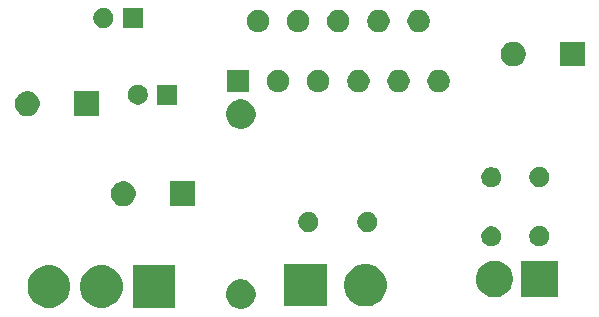
<source format=gbr>
G04 #@! TF.GenerationSoftware,KiCad,Pcbnew,5.1.6-c6e7f7d~87~ubuntu18.04.1*
G04 #@! TF.CreationDate,2020-08-21T12:14:16-04:00*
G04 #@! TF.ProjectId,lm3886_stereo_amp,6c6d3338-3836-45f7-9374-6572656f5f61,1*
G04 #@! TF.SameCoordinates,Original*
G04 #@! TF.FileFunction,Soldermask,Bot*
G04 #@! TF.FilePolarity,Negative*
%FSLAX46Y46*%
G04 Gerber Fmt 4.6, Leading zero omitted, Abs format (unit mm)*
G04 Created by KiCad (PCBNEW 5.1.6-c6e7f7d~87~ubuntu18.04.1) date 2020-08-21 12:14:16*
%MOMM*%
%LPD*%
G01*
G04 APERTURE LIST*
%ADD10C,0.100000*%
G04 APERTURE END LIST*
D10*
G36*
X142477903Y-108017075D02*
G01*
X142580689Y-108059650D01*
X142705571Y-108111378D01*
X142910466Y-108248285D01*
X143084715Y-108422534D01*
X143084716Y-108422536D01*
X143221623Y-108627431D01*
X143315925Y-108855097D01*
X143364000Y-109096786D01*
X143364000Y-109343214D01*
X143344495Y-109441271D01*
X143315925Y-109584903D01*
X143221622Y-109812571D01*
X143084715Y-110017466D01*
X142910466Y-110191715D01*
X142705571Y-110328622D01*
X142705570Y-110328623D01*
X142705569Y-110328623D01*
X142477903Y-110422925D01*
X142236214Y-110471000D01*
X141989786Y-110471000D01*
X141748097Y-110422925D01*
X141520431Y-110328623D01*
X141520430Y-110328623D01*
X141520429Y-110328622D01*
X141315534Y-110191715D01*
X141141285Y-110017466D01*
X141004378Y-109812571D01*
X140910075Y-109584903D01*
X140881505Y-109441271D01*
X140862000Y-109343214D01*
X140862000Y-109096786D01*
X140910075Y-108855097D01*
X141004377Y-108627431D01*
X141141284Y-108422536D01*
X141141285Y-108422534D01*
X141315534Y-108248285D01*
X141520429Y-108111378D01*
X141645312Y-108059650D01*
X141748097Y-108017075D01*
X141989786Y-107969000D01*
X142236214Y-107969000D01*
X142477903Y-108017075D01*
G37*
G36*
X136548060Y-110386060D02*
G01*
X132945940Y-110386060D01*
X132945940Y-106783940D01*
X136548060Y-106783940D01*
X136548060Y-110386060D01*
G37*
G36*
X130528905Y-106793789D02*
G01*
X130827350Y-106853153D01*
X131155122Y-106988921D01*
X131450109Y-107186025D01*
X131700975Y-107436891D01*
X131898079Y-107731878D01*
X132033847Y-108059650D01*
X132103060Y-108407611D01*
X132103060Y-108762389D01*
X132033847Y-109110350D01*
X131898079Y-109438122D01*
X131700975Y-109733109D01*
X131450109Y-109983975D01*
X131155122Y-110181079D01*
X130827350Y-110316847D01*
X130528905Y-110376211D01*
X130479390Y-110386060D01*
X130124610Y-110386060D01*
X130075095Y-110376211D01*
X129776650Y-110316847D01*
X129448878Y-110181079D01*
X129153891Y-109983975D01*
X128903025Y-109733109D01*
X128705921Y-109438122D01*
X128570153Y-109110350D01*
X128500940Y-108762389D01*
X128500940Y-108407611D01*
X128570153Y-108059650D01*
X128705921Y-107731878D01*
X128903025Y-107436891D01*
X129153891Y-107186025D01*
X129448878Y-106988921D01*
X129776650Y-106853153D01*
X130075095Y-106793789D01*
X130124610Y-106783940D01*
X130479390Y-106783940D01*
X130528905Y-106793789D01*
G37*
G36*
X126083905Y-106793789D02*
G01*
X126382350Y-106853153D01*
X126710122Y-106988921D01*
X127005109Y-107186025D01*
X127255975Y-107436891D01*
X127453079Y-107731878D01*
X127588847Y-108059650D01*
X127658060Y-108407611D01*
X127658060Y-108762389D01*
X127588847Y-109110350D01*
X127453079Y-109438122D01*
X127255975Y-109733109D01*
X127005109Y-109983975D01*
X126710122Y-110181079D01*
X126382350Y-110316847D01*
X126083905Y-110376211D01*
X126034390Y-110386060D01*
X125679610Y-110386060D01*
X125630095Y-110376211D01*
X125331650Y-110316847D01*
X125003878Y-110181079D01*
X124708891Y-109983975D01*
X124458025Y-109733109D01*
X124260921Y-109438122D01*
X124125153Y-109110350D01*
X124055940Y-108762389D01*
X124055940Y-108407611D01*
X124125153Y-108059650D01*
X124260921Y-107731878D01*
X124458025Y-107436891D01*
X124708891Y-107186025D01*
X125003878Y-106988921D01*
X125331650Y-106853153D01*
X125630095Y-106793789D01*
X125679610Y-106783940D01*
X126034390Y-106783940D01*
X126083905Y-106793789D01*
G37*
G36*
X149375060Y-110259060D02*
G01*
X145772940Y-110259060D01*
X145772940Y-106656940D01*
X149375060Y-106656940D01*
X149375060Y-110259060D01*
G37*
G36*
X152880905Y-106666789D02*
G01*
X153179350Y-106726153D01*
X153507122Y-106861921D01*
X153802109Y-107059025D01*
X154052975Y-107309891D01*
X154250079Y-107604878D01*
X154385847Y-107932650D01*
X154455060Y-108280611D01*
X154455060Y-108635389D01*
X154385847Y-108983350D01*
X154250079Y-109311122D01*
X154052975Y-109606109D01*
X153802109Y-109856975D01*
X153507122Y-110054079D01*
X153179350Y-110189847D01*
X152880905Y-110249211D01*
X152831390Y-110259060D01*
X152476610Y-110259060D01*
X152427095Y-110249211D01*
X152128650Y-110189847D01*
X151800878Y-110054079D01*
X151505891Y-109856975D01*
X151255025Y-109606109D01*
X151057921Y-109311122D01*
X150922153Y-108983350D01*
X150852940Y-108635389D01*
X150852940Y-108280611D01*
X150922153Y-107932650D01*
X151057921Y-107604878D01*
X151255025Y-107309891D01*
X151505891Y-107059025D01*
X151800878Y-106861921D01*
X152128650Y-106726153D01*
X152427095Y-106666789D01*
X152476610Y-106656940D01*
X152831390Y-106656940D01*
X152880905Y-106666789D01*
G37*
G36*
X168936870Y-109500870D02*
G01*
X165835130Y-109500870D01*
X165835130Y-106399130D01*
X168936870Y-106399130D01*
X168936870Y-109500870D01*
G37*
G36*
X163928497Y-106438863D02*
G01*
X164028372Y-106458729D01*
X164145279Y-106507154D01*
X164310611Y-106575636D01*
X164564621Y-106745360D01*
X164780640Y-106961379D01*
X164950364Y-107215389D01*
X165067271Y-107497629D01*
X165126870Y-107797251D01*
X165126870Y-108102749D01*
X165097921Y-108248284D01*
X165067271Y-108402372D01*
X165018846Y-108519279D01*
X164950364Y-108684611D01*
X164780640Y-108938621D01*
X164564621Y-109154640D01*
X164310611Y-109324364D01*
X164145279Y-109392846D01*
X164028372Y-109441271D01*
X163928497Y-109461137D01*
X163728749Y-109500870D01*
X163423251Y-109500870D01*
X163223503Y-109461137D01*
X163123628Y-109441271D01*
X163006721Y-109392846D01*
X162841389Y-109324364D01*
X162587379Y-109154640D01*
X162371360Y-108938621D01*
X162201636Y-108684611D01*
X162133154Y-108519279D01*
X162084729Y-108402372D01*
X162054079Y-108248284D01*
X162025130Y-108102749D01*
X162025130Y-107797251D01*
X162084729Y-107497629D01*
X162201636Y-107215389D01*
X162371360Y-106961379D01*
X162587379Y-106745360D01*
X162841389Y-106575636D01*
X163006721Y-106507154D01*
X163123628Y-106458729D01*
X163223503Y-106438863D01*
X163423251Y-106399130D01*
X163728749Y-106399130D01*
X163928497Y-106438863D01*
G37*
G36*
X163570228Y-103512203D02*
G01*
X163725100Y-103576353D01*
X163864481Y-103669485D01*
X163983015Y-103788019D01*
X164076147Y-103927400D01*
X164140297Y-104082272D01*
X164173000Y-104246684D01*
X164173000Y-104414316D01*
X164140297Y-104578728D01*
X164076147Y-104733600D01*
X163983015Y-104872981D01*
X163864481Y-104991515D01*
X163725100Y-105084647D01*
X163570228Y-105148797D01*
X163405816Y-105181500D01*
X163238184Y-105181500D01*
X163073772Y-105148797D01*
X162918900Y-105084647D01*
X162779519Y-104991515D01*
X162660985Y-104872981D01*
X162567853Y-104733600D01*
X162503703Y-104578728D01*
X162471000Y-104414316D01*
X162471000Y-104246684D01*
X162503703Y-104082272D01*
X162567853Y-103927400D01*
X162660985Y-103788019D01*
X162779519Y-103669485D01*
X162918900Y-103576353D01*
X163073772Y-103512203D01*
X163238184Y-103479500D01*
X163405816Y-103479500D01*
X163570228Y-103512203D01*
G37*
G36*
X167634228Y-103495703D02*
G01*
X167789100Y-103559853D01*
X167928481Y-103652985D01*
X168047015Y-103771519D01*
X168140147Y-103910900D01*
X168204297Y-104065772D01*
X168237000Y-104230184D01*
X168237000Y-104397816D01*
X168204297Y-104562228D01*
X168140147Y-104717100D01*
X168047015Y-104856481D01*
X167928481Y-104975015D01*
X167789100Y-105068147D01*
X167634228Y-105132297D01*
X167469816Y-105165000D01*
X167302184Y-105165000D01*
X167137772Y-105132297D01*
X166982900Y-105068147D01*
X166843519Y-104975015D01*
X166724985Y-104856481D01*
X166631853Y-104717100D01*
X166567703Y-104562228D01*
X166535000Y-104397816D01*
X166535000Y-104230184D01*
X166567703Y-104065772D01*
X166631853Y-103910900D01*
X166724985Y-103771519D01*
X166843519Y-103652985D01*
X166982900Y-103559853D01*
X167137772Y-103495703D01*
X167302184Y-103463000D01*
X167469816Y-103463000D01*
X167634228Y-103495703D01*
G37*
G36*
X148076228Y-102305703D02*
G01*
X148231100Y-102369853D01*
X148370481Y-102462985D01*
X148489015Y-102581519D01*
X148582147Y-102720900D01*
X148646297Y-102875772D01*
X148679000Y-103040184D01*
X148679000Y-103207816D01*
X148646297Y-103372228D01*
X148582147Y-103527100D01*
X148489015Y-103666481D01*
X148370481Y-103785015D01*
X148231100Y-103878147D01*
X148076228Y-103942297D01*
X147911816Y-103975000D01*
X147744184Y-103975000D01*
X147579772Y-103942297D01*
X147424900Y-103878147D01*
X147285519Y-103785015D01*
X147166985Y-103666481D01*
X147073853Y-103527100D01*
X147009703Y-103372228D01*
X146977000Y-103207816D01*
X146977000Y-103040184D01*
X147009703Y-102875772D01*
X147073853Y-102720900D01*
X147166985Y-102581519D01*
X147285519Y-102462985D01*
X147424900Y-102369853D01*
X147579772Y-102305703D01*
X147744184Y-102273000D01*
X147911816Y-102273000D01*
X148076228Y-102305703D01*
G37*
G36*
X153076228Y-102305703D02*
G01*
X153231100Y-102369853D01*
X153370481Y-102462985D01*
X153489015Y-102581519D01*
X153582147Y-102720900D01*
X153646297Y-102875772D01*
X153679000Y-103040184D01*
X153679000Y-103207816D01*
X153646297Y-103372228D01*
X153582147Y-103527100D01*
X153489015Y-103666481D01*
X153370481Y-103785015D01*
X153231100Y-103878147D01*
X153076228Y-103942297D01*
X152911816Y-103975000D01*
X152744184Y-103975000D01*
X152579772Y-103942297D01*
X152424900Y-103878147D01*
X152285519Y-103785015D01*
X152166985Y-103666481D01*
X152073853Y-103527100D01*
X152009703Y-103372228D01*
X151977000Y-103207816D01*
X151977000Y-103040184D01*
X152009703Y-102875772D01*
X152073853Y-102720900D01*
X152166985Y-102581519D01*
X152285519Y-102462985D01*
X152424900Y-102369853D01*
X152579772Y-102305703D01*
X152744184Y-102273000D01*
X152911816Y-102273000D01*
X153076228Y-102305703D01*
G37*
G36*
X138211000Y-101762000D02*
G01*
X136109000Y-101762000D01*
X136109000Y-99660000D01*
X138211000Y-99660000D01*
X138211000Y-101762000D01*
G37*
G36*
X132466564Y-99700389D02*
G01*
X132657833Y-99779615D01*
X132657835Y-99779616D01*
X132829973Y-99894635D01*
X132976365Y-100041027D01*
X133048375Y-100148797D01*
X133091385Y-100213167D01*
X133170611Y-100404436D01*
X133211000Y-100607484D01*
X133211000Y-100814516D01*
X133170611Y-101017564D01*
X133091385Y-101208833D01*
X133091384Y-101208835D01*
X132976365Y-101380973D01*
X132829973Y-101527365D01*
X132657835Y-101642384D01*
X132657834Y-101642385D01*
X132657833Y-101642385D01*
X132466564Y-101721611D01*
X132263516Y-101762000D01*
X132056484Y-101762000D01*
X131853436Y-101721611D01*
X131662167Y-101642385D01*
X131662166Y-101642385D01*
X131662165Y-101642384D01*
X131490027Y-101527365D01*
X131343635Y-101380973D01*
X131228616Y-101208835D01*
X131228615Y-101208833D01*
X131149389Y-101017564D01*
X131109000Y-100814516D01*
X131109000Y-100607484D01*
X131149389Y-100404436D01*
X131228615Y-100213167D01*
X131271626Y-100148797D01*
X131343635Y-100041027D01*
X131490027Y-99894635D01*
X131662165Y-99779616D01*
X131662167Y-99779615D01*
X131853436Y-99700389D01*
X132056484Y-99660000D01*
X132263516Y-99660000D01*
X132466564Y-99700389D01*
G37*
G36*
X163570228Y-98512203D02*
G01*
X163725100Y-98576353D01*
X163864481Y-98669485D01*
X163983015Y-98788019D01*
X164076147Y-98927400D01*
X164140297Y-99082272D01*
X164173000Y-99246684D01*
X164173000Y-99414316D01*
X164140297Y-99578728D01*
X164076147Y-99733600D01*
X163983015Y-99872981D01*
X163864481Y-99991515D01*
X163725100Y-100084647D01*
X163570228Y-100148797D01*
X163405816Y-100181500D01*
X163238184Y-100181500D01*
X163073772Y-100148797D01*
X162918900Y-100084647D01*
X162779519Y-99991515D01*
X162660985Y-99872981D01*
X162567853Y-99733600D01*
X162503703Y-99578728D01*
X162471000Y-99414316D01*
X162471000Y-99246684D01*
X162503703Y-99082272D01*
X162567853Y-98927400D01*
X162660985Y-98788019D01*
X162779519Y-98669485D01*
X162918900Y-98576353D01*
X163073772Y-98512203D01*
X163238184Y-98479500D01*
X163405816Y-98479500D01*
X163570228Y-98512203D01*
G37*
G36*
X167634228Y-98495703D02*
G01*
X167789100Y-98559853D01*
X167928481Y-98652985D01*
X168047015Y-98771519D01*
X168140147Y-98910900D01*
X168204297Y-99065772D01*
X168237000Y-99230184D01*
X168237000Y-99397816D01*
X168204297Y-99562228D01*
X168140147Y-99717100D01*
X168047015Y-99856481D01*
X167928481Y-99975015D01*
X167789100Y-100068147D01*
X167634228Y-100132297D01*
X167469816Y-100165000D01*
X167302184Y-100165000D01*
X167137772Y-100132297D01*
X166982900Y-100068147D01*
X166843519Y-99975015D01*
X166724985Y-99856481D01*
X166631853Y-99717100D01*
X166567703Y-99562228D01*
X166535000Y-99397816D01*
X166535000Y-99230184D01*
X166567703Y-99065772D01*
X166631853Y-98910900D01*
X166724985Y-98771519D01*
X166843519Y-98652985D01*
X166982900Y-98559853D01*
X167137772Y-98495703D01*
X167302184Y-98463000D01*
X167469816Y-98463000D01*
X167634228Y-98495703D01*
G37*
G36*
X142477903Y-92777075D02*
G01*
X142705571Y-92871378D01*
X142910466Y-93008285D01*
X143084715Y-93182534D01*
X143092721Y-93194516D01*
X143221623Y-93387431D01*
X143315925Y-93615097D01*
X143344942Y-93760973D01*
X143364000Y-93856787D01*
X143364000Y-94103213D01*
X143315925Y-94344903D01*
X143221622Y-94572571D01*
X143084715Y-94777466D01*
X142910466Y-94951715D01*
X142705571Y-95088622D01*
X142705570Y-95088623D01*
X142705569Y-95088623D01*
X142477903Y-95182925D01*
X142236214Y-95231000D01*
X141989786Y-95231000D01*
X141748097Y-95182925D01*
X141520431Y-95088623D01*
X141520430Y-95088623D01*
X141520429Y-95088622D01*
X141315534Y-94951715D01*
X141141285Y-94777466D01*
X141004378Y-94572571D01*
X140910075Y-94344903D01*
X140862000Y-94103213D01*
X140862000Y-93856787D01*
X140881059Y-93760973D01*
X140910075Y-93615097D01*
X141004377Y-93387431D01*
X141133279Y-93194516D01*
X141141285Y-93182534D01*
X141315534Y-93008285D01*
X141520429Y-92871378D01*
X141748097Y-92777075D01*
X141989786Y-92729000D01*
X142236214Y-92729000D01*
X142477903Y-92777075D01*
G37*
G36*
X130083000Y-94142000D02*
G01*
X127981000Y-94142000D01*
X127981000Y-92040000D01*
X130083000Y-92040000D01*
X130083000Y-94142000D01*
G37*
G36*
X124338564Y-92080389D02*
G01*
X124475235Y-92137000D01*
X124529835Y-92159616D01*
X124657896Y-92245184D01*
X124701973Y-92274635D01*
X124848365Y-92421027D01*
X124963385Y-92593167D01*
X125042611Y-92784436D01*
X125083000Y-92987484D01*
X125083000Y-93194516D01*
X125042611Y-93397564D01*
X124963385Y-93588833D01*
X124963384Y-93588835D01*
X124848365Y-93760973D01*
X124701973Y-93907365D01*
X124529835Y-94022384D01*
X124529834Y-94022385D01*
X124529833Y-94022385D01*
X124338564Y-94101611D01*
X124135516Y-94142000D01*
X123928484Y-94142000D01*
X123725436Y-94101611D01*
X123534167Y-94022385D01*
X123534166Y-94022385D01*
X123534165Y-94022384D01*
X123362027Y-93907365D01*
X123215635Y-93760973D01*
X123100616Y-93588835D01*
X123100615Y-93588833D01*
X123021389Y-93397564D01*
X122981000Y-93194516D01*
X122981000Y-92987484D01*
X123021389Y-92784436D01*
X123100615Y-92593167D01*
X123215635Y-92421027D01*
X123362027Y-92274635D01*
X123406104Y-92245184D01*
X123534165Y-92159616D01*
X123588765Y-92137000D01*
X123725436Y-92080389D01*
X123928484Y-92040000D01*
X124135516Y-92040000D01*
X124338564Y-92080389D01*
G37*
G36*
X133638228Y-91510703D02*
G01*
X133793100Y-91574853D01*
X133932481Y-91667985D01*
X134051015Y-91786519D01*
X134144147Y-91925900D01*
X134208297Y-92080772D01*
X134241000Y-92245184D01*
X134241000Y-92412816D01*
X134208297Y-92577228D01*
X134144147Y-92732100D01*
X134051015Y-92871481D01*
X133932481Y-92990015D01*
X133793100Y-93083147D01*
X133638228Y-93147297D01*
X133473816Y-93180000D01*
X133306184Y-93180000D01*
X133141772Y-93147297D01*
X132986900Y-93083147D01*
X132847519Y-92990015D01*
X132728985Y-92871481D01*
X132635853Y-92732100D01*
X132571703Y-92577228D01*
X132539000Y-92412816D01*
X132539000Y-92245184D01*
X132571703Y-92080772D01*
X132635853Y-91925900D01*
X132728985Y-91786519D01*
X132847519Y-91667985D01*
X132986900Y-91574853D01*
X133141772Y-91510703D01*
X133306184Y-91478000D01*
X133473816Y-91478000D01*
X133638228Y-91510703D01*
G37*
G36*
X136741000Y-93180000D02*
G01*
X135039000Y-93180000D01*
X135039000Y-91478000D01*
X136741000Y-91478000D01*
X136741000Y-93180000D01*
G37*
G36*
X159136395Y-90271546D02*
G01*
X159309466Y-90343234D01*
X159309467Y-90343235D01*
X159465227Y-90447310D01*
X159597690Y-90579773D01*
X159597691Y-90579775D01*
X159701766Y-90735534D01*
X159773454Y-90908605D01*
X159810000Y-91092333D01*
X159810000Y-91279667D01*
X159773454Y-91463395D01*
X159701766Y-91636466D01*
X159650081Y-91713818D01*
X159597690Y-91792227D01*
X159465227Y-91924690D01*
X159386818Y-91977081D01*
X159309466Y-92028766D01*
X159136395Y-92100454D01*
X158952667Y-92137000D01*
X158765333Y-92137000D01*
X158581605Y-92100454D01*
X158408534Y-92028766D01*
X158331182Y-91977081D01*
X158252773Y-91924690D01*
X158120310Y-91792227D01*
X158067919Y-91713818D01*
X158016234Y-91636466D01*
X157944546Y-91463395D01*
X157908000Y-91279667D01*
X157908000Y-91092333D01*
X157944546Y-90908605D01*
X158016234Y-90735534D01*
X158120309Y-90579775D01*
X158120310Y-90579773D01*
X158252773Y-90447310D01*
X158408533Y-90343235D01*
X158408534Y-90343234D01*
X158581605Y-90271546D01*
X158765333Y-90235000D01*
X158952667Y-90235000D01*
X159136395Y-90271546D01*
G37*
G36*
X155736395Y-90271546D02*
G01*
X155909466Y-90343234D01*
X155909467Y-90343235D01*
X156065227Y-90447310D01*
X156197690Y-90579773D01*
X156197691Y-90579775D01*
X156301766Y-90735534D01*
X156373454Y-90908605D01*
X156410000Y-91092333D01*
X156410000Y-91279667D01*
X156373454Y-91463395D01*
X156301766Y-91636466D01*
X156250081Y-91713818D01*
X156197690Y-91792227D01*
X156065227Y-91924690D01*
X155986818Y-91977081D01*
X155909466Y-92028766D01*
X155736395Y-92100454D01*
X155552667Y-92137000D01*
X155365333Y-92137000D01*
X155181605Y-92100454D01*
X155008534Y-92028766D01*
X154931182Y-91977081D01*
X154852773Y-91924690D01*
X154720310Y-91792227D01*
X154667919Y-91713818D01*
X154616234Y-91636466D01*
X154544546Y-91463395D01*
X154508000Y-91279667D01*
X154508000Y-91092333D01*
X154544546Y-90908605D01*
X154616234Y-90735534D01*
X154720309Y-90579775D01*
X154720310Y-90579773D01*
X154852773Y-90447310D01*
X155008533Y-90343235D01*
X155008534Y-90343234D01*
X155181605Y-90271546D01*
X155365333Y-90235000D01*
X155552667Y-90235000D01*
X155736395Y-90271546D01*
G37*
G36*
X152336395Y-90271546D02*
G01*
X152509466Y-90343234D01*
X152509467Y-90343235D01*
X152665227Y-90447310D01*
X152797690Y-90579773D01*
X152797691Y-90579775D01*
X152901766Y-90735534D01*
X152973454Y-90908605D01*
X153010000Y-91092333D01*
X153010000Y-91279667D01*
X152973454Y-91463395D01*
X152901766Y-91636466D01*
X152850081Y-91713818D01*
X152797690Y-91792227D01*
X152665227Y-91924690D01*
X152586818Y-91977081D01*
X152509466Y-92028766D01*
X152336395Y-92100454D01*
X152152667Y-92137000D01*
X151965333Y-92137000D01*
X151781605Y-92100454D01*
X151608534Y-92028766D01*
X151531182Y-91977081D01*
X151452773Y-91924690D01*
X151320310Y-91792227D01*
X151267919Y-91713818D01*
X151216234Y-91636466D01*
X151144546Y-91463395D01*
X151108000Y-91279667D01*
X151108000Y-91092333D01*
X151144546Y-90908605D01*
X151216234Y-90735534D01*
X151320309Y-90579775D01*
X151320310Y-90579773D01*
X151452773Y-90447310D01*
X151608533Y-90343235D01*
X151608534Y-90343234D01*
X151781605Y-90271546D01*
X151965333Y-90235000D01*
X152152667Y-90235000D01*
X152336395Y-90271546D01*
G37*
G36*
X148936395Y-90271546D02*
G01*
X149109466Y-90343234D01*
X149109467Y-90343235D01*
X149265227Y-90447310D01*
X149397690Y-90579773D01*
X149397691Y-90579775D01*
X149501766Y-90735534D01*
X149573454Y-90908605D01*
X149610000Y-91092333D01*
X149610000Y-91279667D01*
X149573454Y-91463395D01*
X149501766Y-91636466D01*
X149450081Y-91713818D01*
X149397690Y-91792227D01*
X149265227Y-91924690D01*
X149186818Y-91977081D01*
X149109466Y-92028766D01*
X148936395Y-92100454D01*
X148752667Y-92137000D01*
X148565333Y-92137000D01*
X148381605Y-92100454D01*
X148208534Y-92028766D01*
X148131182Y-91977081D01*
X148052773Y-91924690D01*
X147920310Y-91792227D01*
X147867919Y-91713818D01*
X147816234Y-91636466D01*
X147744546Y-91463395D01*
X147708000Y-91279667D01*
X147708000Y-91092333D01*
X147744546Y-90908605D01*
X147816234Y-90735534D01*
X147920309Y-90579775D01*
X147920310Y-90579773D01*
X148052773Y-90447310D01*
X148208533Y-90343235D01*
X148208534Y-90343234D01*
X148381605Y-90271546D01*
X148565333Y-90235000D01*
X148752667Y-90235000D01*
X148936395Y-90271546D01*
G37*
G36*
X145536395Y-90271546D02*
G01*
X145709466Y-90343234D01*
X145709467Y-90343235D01*
X145865227Y-90447310D01*
X145997690Y-90579773D01*
X145997691Y-90579775D01*
X146101766Y-90735534D01*
X146173454Y-90908605D01*
X146210000Y-91092333D01*
X146210000Y-91279667D01*
X146173454Y-91463395D01*
X146101766Y-91636466D01*
X146050081Y-91713818D01*
X145997690Y-91792227D01*
X145865227Y-91924690D01*
X145786818Y-91977081D01*
X145709466Y-92028766D01*
X145536395Y-92100454D01*
X145352667Y-92137000D01*
X145165333Y-92137000D01*
X144981605Y-92100454D01*
X144808534Y-92028766D01*
X144731182Y-91977081D01*
X144652773Y-91924690D01*
X144520310Y-91792227D01*
X144467919Y-91713818D01*
X144416234Y-91636466D01*
X144344546Y-91463395D01*
X144308000Y-91279667D01*
X144308000Y-91092333D01*
X144344546Y-90908605D01*
X144416234Y-90735534D01*
X144520309Y-90579775D01*
X144520310Y-90579773D01*
X144652773Y-90447310D01*
X144808533Y-90343235D01*
X144808534Y-90343234D01*
X144981605Y-90271546D01*
X145165333Y-90235000D01*
X145352667Y-90235000D01*
X145536395Y-90271546D01*
G37*
G36*
X142810000Y-92137000D02*
G01*
X140908000Y-92137000D01*
X140908000Y-90235000D01*
X142810000Y-90235000D01*
X142810000Y-92137000D01*
G37*
G36*
X171231000Y-89951000D02*
G01*
X169129000Y-89951000D01*
X169129000Y-87849000D01*
X171231000Y-87849000D01*
X171231000Y-89951000D01*
G37*
G36*
X165486564Y-87889389D02*
G01*
X165677833Y-87968615D01*
X165677835Y-87968616D01*
X165849973Y-88083635D01*
X165996365Y-88230027D01*
X166111385Y-88402167D01*
X166190611Y-88593436D01*
X166231000Y-88796484D01*
X166231000Y-89003516D01*
X166190611Y-89206564D01*
X166111385Y-89397833D01*
X166111384Y-89397835D01*
X165996365Y-89569973D01*
X165849973Y-89716365D01*
X165677835Y-89831384D01*
X165677834Y-89831385D01*
X165677833Y-89831385D01*
X165486564Y-89910611D01*
X165283516Y-89951000D01*
X165076484Y-89951000D01*
X164873436Y-89910611D01*
X164682167Y-89831385D01*
X164682166Y-89831385D01*
X164682165Y-89831384D01*
X164510027Y-89716365D01*
X164363635Y-89569973D01*
X164248616Y-89397835D01*
X164248615Y-89397833D01*
X164169389Y-89206564D01*
X164129000Y-89003516D01*
X164129000Y-88796484D01*
X164169389Y-88593436D01*
X164248615Y-88402167D01*
X164363635Y-88230027D01*
X164510027Y-88083635D01*
X164682165Y-87968616D01*
X164682167Y-87968615D01*
X164873436Y-87889389D01*
X165076484Y-87849000D01*
X165283516Y-87849000D01*
X165486564Y-87889389D01*
G37*
G36*
X147236395Y-85191546D02*
G01*
X147409466Y-85263234D01*
X147409467Y-85263235D01*
X147565227Y-85367310D01*
X147697690Y-85499773D01*
X147697691Y-85499775D01*
X147801766Y-85655534D01*
X147873454Y-85828605D01*
X147910000Y-86012333D01*
X147910000Y-86199667D01*
X147873454Y-86383395D01*
X147801766Y-86556466D01*
X147801765Y-86556467D01*
X147697690Y-86712227D01*
X147565227Y-86844690D01*
X147486818Y-86897081D01*
X147409466Y-86948766D01*
X147236395Y-87020454D01*
X147052667Y-87057000D01*
X146865333Y-87057000D01*
X146681605Y-87020454D01*
X146508534Y-86948766D01*
X146431182Y-86897081D01*
X146352773Y-86844690D01*
X146220310Y-86712227D01*
X146116235Y-86556467D01*
X146116234Y-86556466D01*
X146044546Y-86383395D01*
X146008000Y-86199667D01*
X146008000Y-86012333D01*
X146044546Y-85828605D01*
X146116234Y-85655534D01*
X146220309Y-85499775D01*
X146220310Y-85499773D01*
X146352773Y-85367310D01*
X146508533Y-85263235D01*
X146508534Y-85263234D01*
X146681605Y-85191546D01*
X146865333Y-85155000D01*
X147052667Y-85155000D01*
X147236395Y-85191546D01*
G37*
G36*
X157436395Y-85191546D02*
G01*
X157609466Y-85263234D01*
X157609467Y-85263235D01*
X157765227Y-85367310D01*
X157897690Y-85499773D01*
X157897691Y-85499775D01*
X158001766Y-85655534D01*
X158073454Y-85828605D01*
X158110000Y-86012333D01*
X158110000Y-86199667D01*
X158073454Y-86383395D01*
X158001766Y-86556466D01*
X158001765Y-86556467D01*
X157897690Y-86712227D01*
X157765227Y-86844690D01*
X157686818Y-86897081D01*
X157609466Y-86948766D01*
X157436395Y-87020454D01*
X157252667Y-87057000D01*
X157065333Y-87057000D01*
X156881605Y-87020454D01*
X156708534Y-86948766D01*
X156631182Y-86897081D01*
X156552773Y-86844690D01*
X156420310Y-86712227D01*
X156316235Y-86556467D01*
X156316234Y-86556466D01*
X156244546Y-86383395D01*
X156208000Y-86199667D01*
X156208000Y-86012333D01*
X156244546Y-85828605D01*
X156316234Y-85655534D01*
X156420309Y-85499775D01*
X156420310Y-85499773D01*
X156552773Y-85367310D01*
X156708533Y-85263235D01*
X156708534Y-85263234D01*
X156881605Y-85191546D01*
X157065333Y-85155000D01*
X157252667Y-85155000D01*
X157436395Y-85191546D01*
G37*
G36*
X143836395Y-85191546D02*
G01*
X144009466Y-85263234D01*
X144009467Y-85263235D01*
X144165227Y-85367310D01*
X144297690Y-85499773D01*
X144297691Y-85499775D01*
X144401766Y-85655534D01*
X144473454Y-85828605D01*
X144510000Y-86012333D01*
X144510000Y-86199667D01*
X144473454Y-86383395D01*
X144401766Y-86556466D01*
X144401765Y-86556467D01*
X144297690Y-86712227D01*
X144165227Y-86844690D01*
X144086818Y-86897081D01*
X144009466Y-86948766D01*
X143836395Y-87020454D01*
X143652667Y-87057000D01*
X143465333Y-87057000D01*
X143281605Y-87020454D01*
X143108534Y-86948766D01*
X143031182Y-86897081D01*
X142952773Y-86844690D01*
X142820310Y-86712227D01*
X142716235Y-86556467D01*
X142716234Y-86556466D01*
X142644546Y-86383395D01*
X142608000Y-86199667D01*
X142608000Y-86012333D01*
X142644546Y-85828605D01*
X142716234Y-85655534D01*
X142820309Y-85499775D01*
X142820310Y-85499773D01*
X142952773Y-85367310D01*
X143108533Y-85263235D01*
X143108534Y-85263234D01*
X143281605Y-85191546D01*
X143465333Y-85155000D01*
X143652667Y-85155000D01*
X143836395Y-85191546D01*
G37*
G36*
X154036395Y-85191546D02*
G01*
X154209466Y-85263234D01*
X154209467Y-85263235D01*
X154365227Y-85367310D01*
X154497690Y-85499773D01*
X154497691Y-85499775D01*
X154601766Y-85655534D01*
X154673454Y-85828605D01*
X154710000Y-86012333D01*
X154710000Y-86199667D01*
X154673454Y-86383395D01*
X154601766Y-86556466D01*
X154601765Y-86556467D01*
X154497690Y-86712227D01*
X154365227Y-86844690D01*
X154286818Y-86897081D01*
X154209466Y-86948766D01*
X154036395Y-87020454D01*
X153852667Y-87057000D01*
X153665333Y-87057000D01*
X153481605Y-87020454D01*
X153308534Y-86948766D01*
X153231182Y-86897081D01*
X153152773Y-86844690D01*
X153020310Y-86712227D01*
X152916235Y-86556467D01*
X152916234Y-86556466D01*
X152844546Y-86383395D01*
X152808000Y-86199667D01*
X152808000Y-86012333D01*
X152844546Y-85828605D01*
X152916234Y-85655534D01*
X153020309Y-85499775D01*
X153020310Y-85499773D01*
X153152773Y-85367310D01*
X153308533Y-85263235D01*
X153308534Y-85263234D01*
X153481605Y-85191546D01*
X153665333Y-85155000D01*
X153852667Y-85155000D01*
X154036395Y-85191546D01*
G37*
G36*
X150636395Y-85191546D02*
G01*
X150809466Y-85263234D01*
X150809467Y-85263235D01*
X150965227Y-85367310D01*
X151097690Y-85499773D01*
X151097691Y-85499775D01*
X151201766Y-85655534D01*
X151273454Y-85828605D01*
X151310000Y-86012333D01*
X151310000Y-86199667D01*
X151273454Y-86383395D01*
X151201766Y-86556466D01*
X151201765Y-86556467D01*
X151097690Y-86712227D01*
X150965227Y-86844690D01*
X150886818Y-86897081D01*
X150809466Y-86948766D01*
X150636395Y-87020454D01*
X150452667Y-87057000D01*
X150265333Y-87057000D01*
X150081605Y-87020454D01*
X149908534Y-86948766D01*
X149831182Y-86897081D01*
X149752773Y-86844690D01*
X149620310Y-86712227D01*
X149516235Y-86556467D01*
X149516234Y-86556466D01*
X149444546Y-86383395D01*
X149408000Y-86199667D01*
X149408000Y-86012333D01*
X149444546Y-85828605D01*
X149516234Y-85655534D01*
X149620309Y-85499775D01*
X149620310Y-85499773D01*
X149752773Y-85367310D01*
X149908533Y-85263235D01*
X149908534Y-85263234D01*
X150081605Y-85191546D01*
X150265333Y-85155000D01*
X150452667Y-85155000D01*
X150636395Y-85191546D01*
G37*
G36*
X133820000Y-86703000D02*
G01*
X132118000Y-86703000D01*
X132118000Y-85001000D01*
X133820000Y-85001000D01*
X133820000Y-86703000D01*
G37*
G36*
X130717228Y-85033703D02*
G01*
X130872100Y-85097853D01*
X131011481Y-85190985D01*
X131130015Y-85309519D01*
X131223147Y-85448900D01*
X131287297Y-85603772D01*
X131320000Y-85768184D01*
X131320000Y-85935816D01*
X131287297Y-86100228D01*
X131223147Y-86255100D01*
X131130015Y-86394481D01*
X131011481Y-86513015D01*
X130872100Y-86606147D01*
X130717228Y-86670297D01*
X130552816Y-86703000D01*
X130385184Y-86703000D01*
X130220772Y-86670297D01*
X130065900Y-86606147D01*
X129926519Y-86513015D01*
X129807985Y-86394481D01*
X129714853Y-86255100D01*
X129650703Y-86100228D01*
X129618000Y-85935816D01*
X129618000Y-85768184D01*
X129650703Y-85603772D01*
X129714853Y-85448900D01*
X129807985Y-85309519D01*
X129926519Y-85190985D01*
X130065900Y-85097853D01*
X130220772Y-85033703D01*
X130385184Y-85001000D01*
X130552816Y-85001000D01*
X130717228Y-85033703D01*
G37*
M02*

</source>
